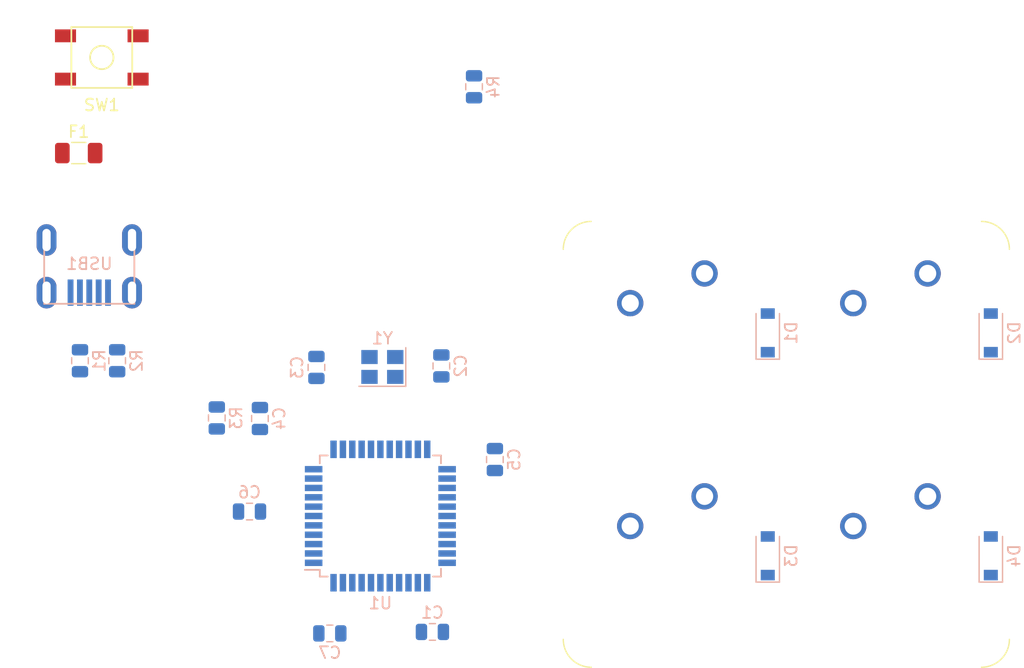
<source format=kicad_pcb>
(kicad_pcb (version 20171130) (host pcbnew "(5.1.4)-1")

  (general
    (thickness 1.6)
    (drawings 4)
    (tracks 0)
    (zones 0)
    (modules 24)
    (nets 49)
  )

  (page A4)
  (layers
    (0 F.Cu signal)
    (31 B.Cu signal)
    (32 B.Adhes user)
    (33 F.Adhes user)
    (34 B.Paste user)
    (35 F.Paste user)
    (36 B.SilkS user)
    (37 F.SilkS user)
    (38 B.Mask user)
    (39 F.Mask user)
    (40 Dwgs.User user)
    (41 Cmts.User user)
    (42 Eco1.User user)
    (43 Eco2.User user)
    (44 Edge.Cuts user)
    (45 Margin user)
    (46 B.CrtYd user)
    (47 F.CrtYd user)
    (48 B.Fab user)
    (49 F.Fab user)
  )

  (setup
    (last_trace_width 0.25)
    (trace_clearance 0.2)
    (zone_clearance 0.508)
    (zone_45_only no)
    (trace_min 0.2)
    (via_size 0.8)
    (via_drill 0.4)
    (via_min_size 0.4)
    (via_min_drill 0.3)
    (uvia_size 0.3)
    (uvia_drill 0.1)
    (uvias_allowed no)
    (uvia_min_size 0.2)
    (uvia_min_drill 0.1)
    (edge_width 0.05)
    (segment_width 0.2)
    (pcb_text_width 0.3)
    (pcb_text_size 1.5 1.5)
    (mod_edge_width 0.12)
    (mod_text_size 1 1)
    (mod_text_width 0.15)
    (pad_size 1.524 1.524)
    (pad_drill 0.762)
    (pad_to_mask_clearance 0.051)
    (solder_mask_min_width 0.25)
    (aux_axis_origin 0 0)
    (visible_elements FFFFFF7F)
    (pcbplotparams
      (layerselection 0x010fc_ffffffff)
      (usegerberextensions false)
      (usegerberattributes false)
      (usegerberadvancedattributes false)
      (creategerberjobfile false)
      (excludeedgelayer true)
      (linewidth 0.100000)
      (plotframeref false)
      (viasonmask false)
      (mode 1)
      (useauxorigin false)
      (hpglpennumber 1)
      (hpglpenspeed 20)
      (hpglpendiameter 15.000000)
      (psnegative false)
      (psa4output false)
      (plotreference true)
      (plotvalue true)
      (plotinvisibletext false)
      (padsonsilk false)
      (subtractmaskfromsilk false)
      (outputformat 1)
      (mirror false)
      (drillshape 1)
      (scaleselection 1)
      (outputdirectory ""))
  )

  (net 0 "")
  (net 1 GND)
  (net 2 +5V)
  (net 3 "Net-(C2-Pad1)")
  (net 4 "Net-(C3-Pad1)")
  (net 5 "Net-(C6-Pad1)")
  (net 6 "Net-(D1-Pad2)")
  (net 7 ROW0)
  (net 8 "Net-(D2-Pad2)")
  (net 9 ROW1)
  (net 10 "Net-(D3-Pad2)")
  (net 11 "Net-(D4-Pad2)")
  (net 12 VCC)
  (net 13 COL0)
  (net 14 COL1)
  (net 15 D-)
  (net 16 "Net-(R1-Pad1)")
  (net 17 D+)
  (net 18 "Net-(R2-Pad1)")
  (net 19 "Net-(R3-Pad2)")
  (net 20 "Net-(R4-Pad2)")
  (net 21 "Net-(U1-Pad42)")
  (net 22 "Net-(U1-Pad41)")
  (net 23 "Net-(U1-Pad40)")
  (net 24 "Net-(U1-Pad39)")
  (net 25 "Net-(U1-Pad38)")
  (net 26 "Net-(U1-Pad37)")
  (net 27 "Net-(U1-Pad36)")
  (net 28 "Net-(U1-Pad32)")
  (net 29 "Net-(U1-Pad31)")
  (net 30 "Net-(U1-Pad30)")
  (net 31 "Net-(U1-Pad29)")
  (net 32 "Net-(U1-Pad28)")
  (net 33 "Net-(U1-Pad27)")
  (net 34 "Net-(U1-Pad26)")
  (net 35 "Net-(U1-Pad25)")
  (net 36 "Net-(U1-Pad22)")
  (net 37 "Net-(U1-Pad21)")
  (net 38 "Net-(U1-Pad20)")
  (net 39 "Net-(U1-Pad19)")
  (net 40 "Net-(U1-Pad18)")
  (net 41 "Net-(U1-Pad12)")
  (net 42 "Net-(U1-Pad11)")
  (net 43 "Net-(U1-Pad10)")
  (net 44 "Net-(U1-Pad9)")
  (net 45 "Net-(U1-Pad8)")
  (net 46 "Net-(U1-Pad1)")
  (net 47 "Net-(USB1-Pad6)")
  (net 48 "Net-(USB1-Pad2)")

  (net_class Default "This is the default net class."
    (clearance 0.2)
    (trace_width 0.25)
    (via_dia 0.8)
    (via_drill 0.4)
    (uvia_dia 0.3)
    (uvia_drill 0.1)
    (add_net +5V)
    (add_net COL0)
    (add_net COL1)
    (add_net D+)
    (add_net D-)
    (add_net GND)
    (add_net "Net-(C2-Pad1)")
    (add_net "Net-(C3-Pad1)")
    (add_net "Net-(C6-Pad1)")
    (add_net "Net-(D1-Pad2)")
    (add_net "Net-(D2-Pad2)")
    (add_net "Net-(D3-Pad2)")
    (add_net "Net-(D4-Pad2)")
    (add_net "Net-(R1-Pad1)")
    (add_net "Net-(R2-Pad1)")
    (add_net "Net-(R3-Pad2)")
    (add_net "Net-(R4-Pad2)")
    (add_net "Net-(U1-Pad1)")
    (add_net "Net-(U1-Pad10)")
    (add_net "Net-(U1-Pad11)")
    (add_net "Net-(U1-Pad12)")
    (add_net "Net-(U1-Pad18)")
    (add_net "Net-(U1-Pad19)")
    (add_net "Net-(U1-Pad20)")
    (add_net "Net-(U1-Pad21)")
    (add_net "Net-(U1-Pad22)")
    (add_net "Net-(U1-Pad25)")
    (add_net "Net-(U1-Pad26)")
    (add_net "Net-(U1-Pad27)")
    (add_net "Net-(U1-Pad28)")
    (add_net "Net-(U1-Pad29)")
    (add_net "Net-(U1-Pad30)")
    (add_net "Net-(U1-Pad31)")
    (add_net "Net-(U1-Pad32)")
    (add_net "Net-(U1-Pad36)")
    (add_net "Net-(U1-Pad37)")
    (add_net "Net-(U1-Pad38)")
    (add_net "Net-(U1-Pad39)")
    (add_net "Net-(U1-Pad40)")
    (add_net "Net-(U1-Pad41)")
    (add_net "Net-(U1-Pad42)")
    (add_net "Net-(U1-Pad8)")
    (add_net "Net-(U1-Pad9)")
    (add_net "Net-(USB1-Pad2)")
    (add_net "Net-(USB1-Pad6)")
    (add_net ROW0)
    (add_net ROW1)
    (add_net VCC)
  )

  (module Crystal:Crystal_SMD_3225-4Pin_3.2x2.5mm (layer B.Cu) (tedit 5A0FD1B2) (tstamp 6129EB52)
    (at 86.149 66.41375 180)
    (descr "SMD Crystal SERIES SMD3225/4 http://www.txccrystal.com/images/pdf/7m-accuracy.pdf, 3.2x2.5mm^2 package")
    (tags "SMD SMT crystal")
    (path /612CA6C1)
    (attr smd)
    (fp_text reference Y1 (at 0 2.45) (layer B.SilkS)
      (effects (font (size 1 1) (thickness 0.15)) (justify mirror))
    )
    (fp_text value Crystal_GND24_Small (at 0 -2.45) (layer B.Fab)
      (effects (font (size 1 1) (thickness 0.15)) (justify mirror))
    )
    (fp_line (start 2.1 1.7) (end -2.1 1.7) (layer B.CrtYd) (width 0.05))
    (fp_line (start 2.1 -1.7) (end 2.1 1.7) (layer B.CrtYd) (width 0.05))
    (fp_line (start -2.1 -1.7) (end 2.1 -1.7) (layer B.CrtYd) (width 0.05))
    (fp_line (start -2.1 1.7) (end -2.1 -1.7) (layer B.CrtYd) (width 0.05))
    (fp_line (start -2 -1.65) (end 2 -1.65) (layer B.SilkS) (width 0.12))
    (fp_line (start -2 1.65) (end -2 -1.65) (layer B.SilkS) (width 0.12))
    (fp_line (start -1.6 -0.25) (end -0.6 -1.25) (layer B.Fab) (width 0.1))
    (fp_line (start 1.6 1.25) (end -1.6 1.25) (layer B.Fab) (width 0.1))
    (fp_line (start 1.6 -1.25) (end 1.6 1.25) (layer B.Fab) (width 0.1))
    (fp_line (start -1.6 -1.25) (end 1.6 -1.25) (layer B.Fab) (width 0.1))
    (fp_line (start -1.6 1.25) (end -1.6 -1.25) (layer B.Fab) (width 0.1))
    (fp_text user %R (at 0 0) (layer B.Fab)
      (effects (font (size 0.7 0.7) (thickness 0.105)) (justify mirror))
    )
    (pad 4 smd rect (at -1.1 0.85 180) (size 1.4 1.2) (layers B.Cu B.Paste B.Mask)
      (net 1 GND))
    (pad 3 smd rect (at 1.1 0.85 180) (size 1.4 1.2) (layers B.Cu B.Paste B.Mask)
      (net 4 "Net-(C3-Pad1)"))
    (pad 2 smd rect (at 1.1 -0.85 180) (size 1.4 1.2) (layers B.Cu B.Paste B.Mask)
      (net 1 GND))
    (pad 1 smd rect (at -1.1 -0.85 180) (size 1.4 1.2) (layers B.Cu B.Paste B.Mask)
      (net 3 "Net-(C2-Pad1)"))
    (model ${KISYS3DMOD}/Crystal.3dshapes/Crystal_SMD_3225-4Pin_3.2x2.5mm.wrl
      (at (xyz 0 0 0))
      (scale (xyz 1 1 1))
      (rotate (xyz 0 0 0))
    )
  )

  (module random-keyboard-parts:Molex-0548190589 (layer B.Cu) (tedit 5C494815) (tstamp 6129EB3E)
    (at 61.11875 55.5625 270)
    (path /612E6035)
    (attr smd)
    (fp_text reference USB1 (at 2.032 0) (layer B.SilkS)
      (effects (font (size 1 1) (thickness 0.15)) (justify mirror))
    )
    (fp_text value Molex-0548190589 (at -5.08 0) (layer Dwgs.User)
      (effects (font (size 1 1) (thickness 0.15)))
    )
    (fp_text user %R (at 2 0) (layer B.CrtYd)
      (effects (font (size 1 1) (thickness 0.15)) (justify mirror))
    )
    (fp_line (start 3.25 1.25) (end 5.5 1.25) (layer B.CrtYd) (width 0.15))
    (fp_line (start 5.5 0.5) (end 3.25 0.5) (layer B.CrtYd) (width 0.15))
    (fp_line (start 3.25 -0.5) (end 5.5 -0.5) (layer B.CrtYd) (width 0.15))
    (fp_line (start 5.5 -1.25) (end 3.25 -1.25) (layer B.CrtYd) (width 0.15))
    (fp_line (start 3.25 -2) (end 5.5 -2) (layer B.CrtYd) (width 0.15))
    (fp_line (start 3.25 2) (end 3.25 -2) (layer B.CrtYd) (width 0.15))
    (fp_line (start 5.5 2) (end 3.25 2) (layer B.CrtYd) (width 0.15))
    (fp_line (start -3.75 -3.75) (end -3.75 3.75) (layer B.CrtYd) (width 0.15))
    (fp_line (start 5.5 -3.75) (end -3.75 -3.75) (layer B.CrtYd) (width 0.15))
    (fp_line (start 5.5 3.75) (end 5.5 -3.75) (layer B.CrtYd) (width 0.15))
    (fp_line (start -3.75 3.75) (end 5.5 3.75) (layer B.CrtYd) (width 0.15))
    (fp_line (start 0 3.85) (end 5.45 3.85) (layer B.SilkS) (width 0.15))
    (fp_line (start 0 -3.85) (end 5.45 -3.85) (layer B.SilkS) (width 0.15))
    (fp_line (start 5.45 3.85) (end 5.45 -3.85) (layer B.SilkS) (width 0.15))
    (fp_line (start -3.75 3.85) (end 0 3.85) (layer Dwgs.User) (width 0.15))
    (fp_line (start -3.75 -3.85) (end 0 -3.85) (layer Dwgs.User) (width 0.15))
    (fp_line (start -1.75 4.572) (end -1.75 -4.572) (layer Dwgs.User) (width 0.15))
    (fp_line (start -3.75 3.85) (end -3.75 -3.85) (layer Dwgs.User) (width 0.15))
    (pad 6 thru_hole oval (at 0 3.65 270) (size 2.7 1.7) (drill oval 1.9 0.7) (layers *.Cu *.Mask)
      (net 47 "Net-(USB1-Pad6)"))
    (pad 6 thru_hole oval (at 0 -3.65 270) (size 2.7 1.7) (drill oval 1.9 0.7) (layers *.Cu *.Mask)
      (net 47 "Net-(USB1-Pad6)"))
    (pad 6 thru_hole oval (at 4.5 -3.65 270) (size 2.7 1.7) (drill oval 1.9 0.7) (layers *.Cu *.Mask)
      (net 47 "Net-(USB1-Pad6)"))
    (pad 6 thru_hole oval (at 4.5 3.65 270) (size 2.7 1.7) (drill oval 1.9 0.7) (layers *.Cu *.Mask)
      (net 47 "Net-(USB1-Pad6)"))
    (pad 5 smd rect (at 4.5 1.6 270) (size 2.25 0.5) (layers B.Cu B.Paste B.Mask)
      (net 12 VCC))
    (pad 4 smd rect (at 4.5 0.8 270) (size 2.25 0.5) (layers B.Cu B.Paste B.Mask)
      (net 15 D-))
    (pad 3 smd rect (at 4.5 0 270) (size 2.25 0.5) (layers B.Cu B.Paste B.Mask)
      (net 17 D+))
    (pad 2 smd rect (at 4.5 -0.8 270) (size 2.25 0.5) (layers B.Cu B.Paste B.Mask)
      (net 48 "Net-(USB1-Pad2)"))
    (pad 1 smd rect (at 4.5 -1.6 270) (size 2.25 0.5) (layers B.Cu B.Paste B.Mask)
      (net 1 GND))
  )

  (module Package_QFP:TQFP-44_10x10mm_P0.8mm (layer B.Cu) (tedit 5A02F146) (tstamp 6129EB1E)
    (at 85.979 79.15275)
    (descr "44-Lead Plastic Thin Quad Flatpack (PT) - 10x10x1.0 mm Body [TQFP] (see Microchip Packaging Specification 00000049BS.pdf)")
    (tags "QFP 0.8")
    (path /61297D9C)
    (attr smd)
    (fp_text reference U1 (at 0 7.45) (layer B.SilkS)
      (effects (font (size 1 1) (thickness 0.15)) (justify mirror))
    )
    (fp_text value ATmega32U4-AU (at 0 -7.45) (layer B.Fab)
      (effects (font (size 1 1) (thickness 0.15)) (justify mirror))
    )
    (fp_line (start -5.175 4.6) (end -6.45 4.6) (layer B.SilkS) (width 0.15))
    (fp_line (start 5.175 5.175) (end 4.5 5.175) (layer B.SilkS) (width 0.15))
    (fp_line (start 5.175 -5.175) (end 4.5 -5.175) (layer B.SilkS) (width 0.15))
    (fp_line (start -5.175 -5.175) (end -4.5 -5.175) (layer B.SilkS) (width 0.15))
    (fp_line (start -5.175 5.175) (end -4.5 5.175) (layer B.SilkS) (width 0.15))
    (fp_line (start -5.175 -5.175) (end -5.175 -4.5) (layer B.SilkS) (width 0.15))
    (fp_line (start 5.175 -5.175) (end 5.175 -4.5) (layer B.SilkS) (width 0.15))
    (fp_line (start 5.175 5.175) (end 5.175 4.5) (layer B.SilkS) (width 0.15))
    (fp_line (start -5.175 5.175) (end -5.175 4.6) (layer B.SilkS) (width 0.15))
    (fp_line (start -6.7 -6.7) (end 6.7 -6.7) (layer B.CrtYd) (width 0.05))
    (fp_line (start -6.7 6.7) (end 6.7 6.7) (layer B.CrtYd) (width 0.05))
    (fp_line (start 6.7 6.7) (end 6.7 -6.7) (layer B.CrtYd) (width 0.05))
    (fp_line (start -6.7 6.7) (end -6.7 -6.7) (layer B.CrtYd) (width 0.05))
    (fp_line (start -5 4) (end -4 5) (layer B.Fab) (width 0.15))
    (fp_line (start -5 -5) (end -5 4) (layer B.Fab) (width 0.15))
    (fp_line (start 5 -5) (end -5 -5) (layer B.Fab) (width 0.15))
    (fp_line (start 5 5) (end 5 -5) (layer B.Fab) (width 0.15))
    (fp_line (start -4 5) (end 5 5) (layer B.Fab) (width 0.15))
    (fp_text user %R (at 0 0) (layer B.Fab)
      (effects (font (size 1 1) (thickness 0.15)) (justify mirror))
    )
    (pad 44 smd rect (at -4 5.7 270) (size 1.5 0.55) (layers B.Cu B.Paste B.Mask)
      (net 2 +5V))
    (pad 43 smd rect (at -3.2 5.7 270) (size 1.5 0.55) (layers B.Cu B.Paste B.Mask)
      (net 1 GND))
    (pad 42 smd rect (at -2.4 5.7 270) (size 1.5 0.55) (layers B.Cu B.Paste B.Mask)
      (net 21 "Net-(U1-Pad42)"))
    (pad 41 smd rect (at -1.6 5.7 270) (size 1.5 0.55) (layers B.Cu B.Paste B.Mask)
      (net 22 "Net-(U1-Pad41)"))
    (pad 40 smd rect (at -0.8 5.7 270) (size 1.5 0.55) (layers B.Cu B.Paste B.Mask)
      (net 23 "Net-(U1-Pad40)"))
    (pad 39 smd rect (at 0 5.7 270) (size 1.5 0.55) (layers B.Cu B.Paste B.Mask)
      (net 24 "Net-(U1-Pad39)"))
    (pad 38 smd rect (at 0.8 5.7 270) (size 1.5 0.55) (layers B.Cu B.Paste B.Mask)
      (net 25 "Net-(U1-Pad38)"))
    (pad 37 smd rect (at 1.6 5.7 270) (size 1.5 0.55) (layers B.Cu B.Paste B.Mask)
      (net 26 "Net-(U1-Pad37)"))
    (pad 36 smd rect (at 2.4 5.7 270) (size 1.5 0.55) (layers B.Cu B.Paste B.Mask)
      (net 27 "Net-(U1-Pad36)"))
    (pad 35 smd rect (at 3.2 5.7 270) (size 1.5 0.55) (layers B.Cu B.Paste B.Mask)
      (net 1 GND))
    (pad 34 smd rect (at 4 5.7 270) (size 1.5 0.55) (layers B.Cu B.Paste B.Mask)
      (net 2 +5V))
    (pad 33 smd rect (at 5.7 4) (size 1.5 0.55) (layers B.Cu B.Paste B.Mask)
      (net 20 "Net-(R4-Pad2)"))
    (pad 32 smd rect (at 5.7 3.2) (size 1.5 0.55) (layers B.Cu B.Paste B.Mask)
      (net 28 "Net-(U1-Pad32)"))
    (pad 31 smd rect (at 5.7 2.4) (size 1.5 0.55) (layers B.Cu B.Paste B.Mask)
      (net 29 "Net-(U1-Pad31)"))
    (pad 30 smd rect (at 5.7 1.6) (size 1.5 0.55) (layers B.Cu B.Paste B.Mask)
      (net 30 "Net-(U1-Pad30)"))
    (pad 29 smd rect (at 5.7 0.8) (size 1.5 0.55) (layers B.Cu B.Paste B.Mask)
      (net 31 "Net-(U1-Pad29)"))
    (pad 28 smd rect (at 5.7 0) (size 1.5 0.55) (layers B.Cu B.Paste B.Mask)
      (net 32 "Net-(U1-Pad28)"))
    (pad 27 smd rect (at 5.7 -0.8) (size 1.5 0.55) (layers B.Cu B.Paste B.Mask)
      (net 33 "Net-(U1-Pad27)"))
    (pad 26 smd rect (at 5.7 -1.6) (size 1.5 0.55) (layers B.Cu B.Paste B.Mask)
      (net 34 "Net-(U1-Pad26)"))
    (pad 25 smd rect (at 5.7 -2.4) (size 1.5 0.55) (layers B.Cu B.Paste B.Mask)
      (net 35 "Net-(U1-Pad25)"))
    (pad 24 smd rect (at 5.7 -3.2) (size 1.5 0.55) (layers B.Cu B.Paste B.Mask)
      (net 2 +5V))
    (pad 23 smd rect (at 5.7 -4) (size 1.5 0.55) (layers B.Cu B.Paste B.Mask)
      (net 1 GND))
    (pad 22 smd rect (at 4 -5.7 270) (size 1.5 0.55) (layers B.Cu B.Paste B.Mask)
      (net 36 "Net-(U1-Pad22)"))
    (pad 21 smd rect (at 3.2 -5.7 270) (size 1.5 0.55) (layers B.Cu B.Paste B.Mask)
      (net 37 "Net-(U1-Pad21)"))
    (pad 20 smd rect (at 2.4 -5.7 270) (size 1.5 0.55) (layers B.Cu B.Paste B.Mask)
      (net 38 "Net-(U1-Pad20)"))
    (pad 19 smd rect (at 1.6 -5.7 270) (size 1.5 0.55) (layers B.Cu B.Paste B.Mask)
      (net 39 "Net-(U1-Pad19)"))
    (pad 18 smd rect (at 0.8 -5.7 270) (size 1.5 0.55) (layers B.Cu B.Paste B.Mask)
      (net 40 "Net-(U1-Pad18)"))
    (pad 17 smd rect (at 0 -5.7 270) (size 1.5 0.55) (layers B.Cu B.Paste B.Mask)
      (net 3 "Net-(C2-Pad1)"))
    (pad 16 smd rect (at -0.8 -5.7 270) (size 1.5 0.55) (layers B.Cu B.Paste B.Mask)
      (net 4 "Net-(C3-Pad1)"))
    (pad 15 smd rect (at -1.6 -5.7 270) (size 1.5 0.55) (layers B.Cu B.Paste B.Mask)
      (net 1 GND))
    (pad 14 smd rect (at -2.4 -5.7 270) (size 1.5 0.55) (layers B.Cu B.Paste B.Mask)
      (net 2 +5V))
    (pad 13 smd rect (at -3.2 -5.7 270) (size 1.5 0.55) (layers B.Cu B.Paste B.Mask)
      (net 19 "Net-(R3-Pad2)"))
    (pad 12 smd rect (at -4 -5.7 270) (size 1.5 0.55) (layers B.Cu B.Paste B.Mask)
      (net 41 "Net-(U1-Pad12)"))
    (pad 11 smd rect (at -5.7 -4) (size 1.5 0.55) (layers B.Cu B.Paste B.Mask)
      (net 42 "Net-(U1-Pad11)"))
    (pad 10 smd rect (at -5.7 -3.2) (size 1.5 0.55) (layers B.Cu B.Paste B.Mask)
      (net 43 "Net-(U1-Pad10)"))
    (pad 9 smd rect (at -5.7 -2.4) (size 1.5 0.55) (layers B.Cu B.Paste B.Mask)
      (net 44 "Net-(U1-Pad9)"))
    (pad 8 smd rect (at -5.7 -1.6) (size 1.5 0.55) (layers B.Cu B.Paste B.Mask)
      (net 45 "Net-(U1-Pad8)"))
    (pad 7 smd rect (at -5.7 -0.8) (size 1.5 0.55) (layers B.Cu B.Paste B.Mask)
      (net 2 +5V))
    (pad 6 smd rect (at -5.7 0) (size 1.5 0.55) (layers B.Cu B.Paste B.Mask)
      (net 5 "Net-(C6-Pad1)"))
    (pad 5 smd rect (at -5.7 0.8) (size 1.5 0.55) (layers B.Cu B.Paste B.Mask)
      (net 1 GND))
    (pad 4 smd rect (at -5.7 1.6) (size 1.5 0.55) (layers B.Cu B.Paste B.Mask)
      (net 18 "Net-(R2-Pad1)"))
    (pad 3 smd rect (at -5.7 2.4) (size 1.5 0.55) (layers B.Cu B.Paste B.Mask)
      (net 16 "Net-(R1-Pad1)"))
    (pad 2 smd rect (at -5.7 3.2) (size 1.5 0.55) (layers B.Cu B.Paste B.Mask)
      (net 2 +5V))
    (pad 1 smd rect (at -5.7 4) (size 1.5 0.55) (layers B.Cu B.Paste B.Mask)
      (net 46 "Net-(U1-Pad1)"))
    (model ${KISYS3DMOD}/Package_QFP.3dshapes/TQFP-44_10x10mm_P0.8mm.wrl
      (at (xyz 0 0 0))
      (scale (xyz 1 1 1))
      (rotate (xyz 0 0 0))
    )
  )

  (module random-keyboard-parts:SKQG-1155865 (layer F.Cu) (tedit 5E62B398) (tstamp 6129EADB)
    (at 62.1875 39.9625)
    (path /612DC987)
    (attr smd)
    (fp_text reference SW1 (at 0 4.064) (layer F.SilkS)
      (effects (font (size 1 1) (thickness 0.15)))
    )
    (fp_text value SW_Push (at 0 -4.064) (layer F.Fab)
      (effects (font (size 1 1) (thickness 0.15)))
    )
    (fp_line (start -2.6 -2.6) (end 2.6 -2.6) (layer F.SilkS) (width 0.15))
    (fp_line (start 2.6 -2.6) (end 2.6 2.6) (layer F.SilkS) (width 0.15))
    (fp_line (start 2.6 2.6) (end -2.6 2.6) (layer F.SilkS) (width 0.15))
    (fp_line (start -2.6 2.6) (end -2.6 -2.6) (layer F.SilkS) (width 0.15))
    (fp_circle (center 0 0) (end 1 0) (layer F.SilkS) (width 0.15))
    (fp_line (start -4.2 -2.6) (end 4.2 -2.6) (layer F.Fab) (width 0.15))
    (fp_line (start 4.2 -2.6) (end 4.2 -1.2) (layer F.Fab) (width 0.15))
    (fp_line (start 4.2 -1.1) (end 2.6 -1.1) (layer F.Fab) (width 0.15))
    (fp_line (start 2.6 -1.1) (end 2.6 1.1) (layer F.Fab) (width 0.15))
    (fp_line (start 2.6 1.1) (end 4.2 1.1) (layer F.Fab) (width 0.15))
    (fp_line (start 4.2 1.1) (end 4.2 2.6) (layer F.Fab) (width 0.15))
    (fp_line (start 4.2 2.6) (end -4.2 2.6) (layer F.Fab) (width 0.15))
    (fp_line (start -4.2 2.6) (end -4.2 1.1) (layer F.Fab) (width 0.15))
    (fp_line (start -4.2 1.1) (end -2.6 1.1) (layer F.Fab) (width 0.15))
    (fp_line (start -2.6 1.1) (end -2.6 -1.1) (layer F.Fab) (width 0.15))
    (fp_line (start -2.6 -1.1) (end -4.2 -1.1) (layer F.Fab) (width 0.15))
    (fp_line (start -4.2 -1.1) (end -4.2 -2.6) (layer F.Fab) (width 0.15))
    (fp_circle (center 0 0) (end 1 0) (layer F.Fab) (width 0.15))
    (fp_line (start -2.6 -1.1) (end -1.1 -2.6) (layer F.Fab) (width 0.15))
    (fp_line (start 2.6 -1.1) (end 1.1 -2.6) (layer F.Fab) (width 0.15))
    (fp_line (start 2.6 1.1) (end 1.1 2.6) (layer F.Fab) (width 0.15))
    (fp_line (start -2.6 1.1) (end -1.1 2.6) (layer F.Fab) (width 0.15))
    (pad 4 smd rect (at -3.1 1.85) (size 1.8 1.1) (layers F.Cu F.Paste F.Mask))
    (pad 3 smd rect (at 3.1 -1.85) (size 1.8 1.1) (layers F.Cu F.Paste F.Mask))
    (pad 2 smd rect (at -3.1 -1.85) (size 1.8 1.1) (layers F.Cu F.Paste F.Mask)
      (net 19 "Net-(R3-Pad2)"))
    (pad 1 smd rect (at 3.1 1.85) (size 1.8 1.1) (layers F.Cu F.Paste F.Mask)
      (net 1 GND))
    (model ${KISYS3DMOD}/Button_Switch_SMD.3dshapes/SW_SPST_TL3342.step
      (at (xyz 0 0 0))
      (scale (xyz 1 1 1))
      (rotate (xyz 0 0 0))
    )
  )

  (module Resistor_SMD:R_0805_2012Metric (layer B.Cu) (tedit 5B36C52B) (tstamp 6129EABD)
    (at 93.98 42.4665 90)
    (descr "Resistor SMD 0805 (2012 Metric), square (rectangular) end terminal, IPC_7351 nominal, (Body size source: https://docs.google.com/spreadsheets/d/1BsfQQcO9C6DZCsRaXUlFlo91Tg2WpOkGARC1WS5S8t0/edit?usp=sharing), generated with kicad-footprint-generator")
    (tags resistor)
    (path /612A30FF)
    (attr smd)
    (fp_text reference R4 (at 0 1.65 270) (layer B.SilkS)
      (effects (font (size 1 1) (thickness 0.15)) (justify mirror))
    )
    (fp_text value 10k (at 0 -1.65 270) (layer B.Fab)
      (effects (font (size 1 1) (thickness 0.15)) (justify mirror))
    )
    (fp_text user %R (at 0 0 270) (layer B.Fab)
      (effects (font (size 0.5 0.5) (thickness 0.08)) (justify mirror))
    )
    (fp_line (start 1.68 -0.95) (end -1.68 -0.95) (layer B.CrtYd) (width 0.05))
    (fp_line (start 1.68 0.95) (end 1.68 -0.95) (layer B.CrtYd) (width 0.05))
    (fp_line (start -1.68 0.95) (end 1.68 0.95) (layer B.CrtYd) (width 0.05))
    (fp_line (start -1.68 -0.95) (end -1.68 0.95) (layer B.CrtYd) (width 0.05))
    (fp_line (start -0.258578 -0.71) (end 0.258578 -0.71) (layer B.SilkS) (width 0.12))
    (fp_line (start -0.258578 0.71) (end 0.258578 0.71) (layer B.SilkS) (width 0.12))
    (fp_line (start 1 -0.6) (end -1 -0.6) (layer B.Fab) (width 0.1))
    (fp_line (start 1 0.6) (end 1 -0.6) (layer B.Fab) (width 0.1))
    (fp_line (start -1 0.6) (end 1 0.6) (layer B.Fab) (width 0.1))
    (fp_line (start -1 -0.6) (end -1 0.6) (layer B.Fab) (width 0.1))
    (pad 2 smd roundrect (at 0.9375 0 90) (size 0.975 1.4) (layers B.Cu B.Paste B.Mask) (roundrect_rratio 0.25)
      (net 20 "Net-(R4-Pad2)"))
    (pad 1 smd roundrect (at -0.9375 0 90) (size 0.975 1.4) (layers B.Cu B.Paste B.Mask) (roundrect_rratio 0.25)
      (net 1 GND))
    (model ${KISYS3DMOD}/Resistor_SMD.3dshapes/R_0805_2012Metric.wrl
      (at (xyz 0 0 0))
      (scale (xyz 1 1 1))
      (rotate (xyz 0 0 0))
    )
  )

  (module Resistor_SMD:R_0805_2012Metric (layer B.Cu) (tedit 5B36C52B) (tstamp 6129EAAC)
    (at 72.009 70.77075 90)
    (descr "Resistor SMD 0805 (2012 Metric), square (rectangular) end terminal, IPC_7351 nominal, (Body size source: https://docs.google.com/spreadsheets/d/1BsfQQcO9C6DZCsRaXUlFlo91Tg2WpOkGARC1WS5S8t0/edit?usp=sharing), generated with kicad-footprint-generator")
    (tags resistor)
    (path /612E03E0)
    (attr smd)
    (fp_text reference R3 (at 0 1.65 -90) (layer B.SilkS)
      (effects (font (size 1 1) (thickness 0.15)) (justify mirror))
    )
    (fp_text value 10k (at 0 -1.65 -90) (layer B.Fab)
      (effects (font (size 1 1) (thickness 0.15)) (justify mirror))
    )
    (fp_text user %R (at 0 0 -90) (layer B.Fab)
      (effects (font (size 0.5 0.5) (thickness 0.08)) (justify mirror))
    )
    (fp_line (start 1.68 -0.95) (end -1.68 -0.95) (layer B.CrtYd) (width 0.05))
    (fp_line (start 1.68 0.95) (end 1.68 -0.95) (layer B.CrtYd) (width 0.05))
    (fp_line (start -1.68 0.95) (end 1.68 0.95) (layer B.CrtYd) (width 0.05))
    (fp_line (start -1.68 -0.95) (end -1.68 0.95) (layer B.CrtYd) (width 0.05))
    (fp_line (start -0.258578 -0.71) (end 0.258578 -0.71) (layer B.SilkS) (width 0.12))
    (fp_line (start -0.258578 0.71) (end 0.258578 0.71) (layer B.SilkS) (width 0.12))
    (fp_line (start 1 -0.6) (end -1 -0.6) (layer B.Fab) (width 0.1))
    (fp_line (start 1 0.6) (end 1 -0.6) (layer B.Fab) (width 0.1))
    (fp_line (start -1 0.6) (end 1 0.6) (layer B.Fab) (width 0.1))
    (fp_line (start -1 -0.6) (end -1 0.6) (layer B.Fab) (width 0.1))
    (pad 2 smd roundrect (at 0.9375 0 90) (size 0.975 1.4) (layers B.Cu B.Paste B.Mask) (roundrect_rratio 0.25)
      (net 19 "Net-(R3-Pad2)"))
    (pad 1 smd roundrect (at -0.9375 0 90) (size 0.975 1.4) (layers B.Cu B.Paste B.Mask) (roundrect_rratio 0.25)
      (net 2 +5V))
    (model ${KISYS3DMOD}/Resistor_SMD.3dshapes/R_0805_2012Metric.wrl
      (at (xyz 0 0 0))
      (scale (xyz 1 1 1))
      (rotate (xyz 0 0 0))
    )
  )

  (module Resistor_SMD:R_0805_2012Metric (layer B.Cu) (tedit 5B36C52B) (tstamp 6129EA9B)
    (at 63.5 65.88125 90)
    (descr "Resistor SMD 0805 (2012 Metric), square (rectangular) end terminal, IPC_7351 nominal, (Body size source: https://docs.google.com/spreadsheets/d/1BsfQQcO9C6DZCsRaXUlFlo91Tg2WpOkGARC1WS5S8t0/edit?usp=sharing), generated with kicad-footprint-generator")
    (tags resistor)
    (path /612B332A)
    (attr smd)
    (fp_text reference R2 (at 0 1.65 270) (layer B.SilkS)
      (effects (font (size 1 1) (thickness 0.15)) (justify mirror))
    )
    (fp_text value 22 (at 0 -1.65 270) (layer B.Fab)
      (effects (font (size 1 1) (thickness 0.15)) (justify mirror))
    )
    (fp_text user %R (at 0 0 270) (layer B.Fab)
      (effects (font (size 0.5 0.5) (thickness 0.08)) (justify mirror))
    )
    (fp_line (start 1.68 -0.95) (end -1.68 -0.95) (layer B.CrtYd) (width 0.05))
    (fp_line (start 1.68 0.95) (end 1.68 -0.95) (layer B.CrtYd) (width 0.05))
    (fp_line (start -1.68 0.95) (end 1.68 0.95) (layer B.CrtYd) (width 0.05))
    (fp_line (start -1.68 -0.95) (end -1.68 0.95) (layer B.CrtYd) (width 0.05))
    (fp_line (start -0.258578 -0.71) (end 0.258578 -0.71) (layer B.SilkS) (width 0.12))
    (fp_line (start -0.258578 0.71) (end 0.258578 0.71) (layer B.SilkS) (width 0.12))
    (fp_line (start 1 -0.6) (end -1 -0.6) (layer B.Fab) (width 0.1))
    (fp_line (start 1 0.6) (end 1 -0.6) (layer B.Fab) (width 0.1))
    (fp_line (start -1 0.6) (end 1 0.6) (layer B.Fab) (width 0.1))
    (fp_line (start -1 -0.6) (end -1 0.6) (layer B.Fab) (width 0.1))
    (pad 2 smd roundrect (at 0.9375 0 90) (size 0.975 1.4) (layers B.Cu B.Paste B.Mask) (roundrect_rratio 0.25)
      (net 17 D+))
    (pad 1 smd roundrect (at -0.9375 0 90) (size 0.975 1.4) (layers B.Cu B.Paste B.Mask) (roundrect_rratio 0.25)
      (net 18 "Net-(R2-Pad1)"))
    (model ${KISYS3DMOD}/Resistor_SMD.3dshapes/R_0805_2012Metric.wrl
      (at (xyz 0 0 0))
      (scale (xyz 1 1 1))
      (rotate (xyz 0 0 0))
    )
  )

  (module Resistor_SMD:R_0805_2012Metric (layer B.Cu) (tedit 5B36C52B) (tstamp 6129EA8A)
    (at 60.325 65.88125 90)
    (descr "Resistor SMD 0805 (2012 Metric), square (rectangular) end terminal, IPC_7351 nominal, (Body size source: https://docs.google.com/spreadsheets/d/1BsfQQcO9C6DZCsRaXUlFlo91Tg2WpOkGARC1WS5S8t0/edit?usp=sharing), generated with kicad-footprint-generator")
    (tags resistor)
    (path /612B4852)
    (attr smd)
    (fp_text reference R1 (at 0 1.65 270) (layer B.SilkS)
      (effects (font (size 1 1) (thickness 0.15)) (justify mirror))
    )
    (fp_text value 22 (at 0 -1.65 270) (layer B.Fab)
      (effects (font (size 1 1) (thickness 0.15)) (justify mirror))
    )
    (fp_text user %R (at 0 0 270) (layer B.Fab)
      (effects (font (size 0.5 0.5) (thickness 0.08)) (justify mirror))
    )
    (fp_line (start 1.68 -0.95) (end -1.68 -0.95) (layer B.CrtYd) (width 0.05))
    (fp_line (start 1.68 0.95) (end 1.68 -0.95) (layer B.CrtYd) (width 0.05))
    (fp_line (start -1.68 0.95) (end 1.68 0.95) (layer B.CrtYd) (width 0.05))
    (fp_line (start -1.68 -0.95) (end -1.68 0.95) (layer B.CrtYd) (width 0.05))
    (fp_line (start -0.258578 -0.71) (end 0.258578 -0.71) (layer B.SilkS) (width 0.12))
    (fp_line (start -0.258578 0.71) (end 0.258578 0.71) (layer B.SilkS) (width 0.12))
    (fp_line (start 1 -0.6) (end -1 -0.6) (layer B.Fab) (width 0.1))
    (fp_line (start 1 0.6) (end 1 -0.6) (layer B.Fab) (width 0.1))
    (fp_line (start -1 0.6) (end 1 0.6) (layer B.Fab) (width 0.1))
    (fp_line (start -1 -0.6) (end -1 0.6) (layer B.Fab) (width 0.1))
    (pad 2 smd roundrect (at 0.9375 0 90) (size 0.975 1.4) (layers B.Cu B.Paste B.Mask) (roundrect_rratio 0.25)
      (net 15 D-))
    (pad 1 smd roundrect (at -0.9375 0 90) (size 0.975 1.4) (layers B.Cu B.Paste B.Mask) (roundrect_rratio 0.25)
      (net 16 "Net-(R1-Pad1)"))
    (model ${KISYS3DMOD}/Resistor_SMD.3dshapes/R_0805_2012Metric.wrl
      (at (xyz 0 0 0))
      (scale (xyz 1 1 1))
      (rotate (xyz 0 0 0))
    )
  )

  (module MX_Only:MXOnly-1U-NoLED (layer F.Cu) (tedit 5BD3C6C7) (tstamp 6129EDBA)
    (at 130.175 82.55)
    (path /61302D49)
    (fp_text reference MX4 (at 0 3.175) (layer Dwgs.User)
      (effects (font (size 1 1) (thickness 0.15)))
    )
    (fp_text value MX-NoLED (at 0 -7.9375) (layer Dwgs.User)
      (effects (font (size 1 1) (thickness 0.15)))
    )
    (fp_line (start 5 -7) (end 7 -7) (layer Dwgs.User) (width 0.15))
    (fp_line (start 7 -7) (end 7 -5) (layer Dwgs.User) (width 0.15))
    (fp_line (start 5 7) (end 7 7) (layer Dwgs.User) (width 0.15))
    (fp_line (start 7 7) (end 7 5) (layer Dwgs.User) (width 0.15))
    (fp_line (start -7 5) (end -7 7) (layer Dwgs.User) (width 0.15))
    (fp_line (start -7 7) (end -5 7) (layer Dwgs.User) (width 0.15))
    (fp_line (start -5 -7) (end -7 -7) (layer Dwgs.User) (width 0.15))
    (fp_line (start -7 -7) (end -7 -5) (layer Dwgs.User) (width 0.15))
    (fp_line (start -9.525 -9.525) (end 9.525 -9.525) (layer Dwgs.User) (width 0.15))
    (fp_line (start 9.525 -9.525) (end 9.525 9.525) (layer Dwgs.User) (width 0.15))
    (fp_line (start 9.525 9.525) (end -9.525 9.525) (layer Dwgs.User) (width 0.15))
    (fp_line (start -9.525 9.525) (end -9.525 -9.525) (layer Dwgs.User) (width 0.15))
    (pad 2 thru_hole circle (at 2.54 -5.08) (size 2.25 2.25) (drill 1.47) (layers *.Cu B.Mask)
      (net 11 "Net-(D4-Pad2)"))
    (pad "" np_thru_hole circle (at 0 0) (size 3.9878 3.9878) (drill 3.9878) (layers *.Cu *.Mask))
    (pad 1 thru_hole circle (at -3.81 -2.54) (size 2.25 2.25) (drill 1.47) (layers *.Cu B.Mask)
      (net 14 COL1))
    (pad "" np_thru_hole circle (at -5.08 0 48.0996) (size 1.75 1.75) (drill 1.75) (layers *.Cu *.Mask))
    (pad "" np_thru_hole circle (at 5.08 0 48.0996) (size 1.75 1.75) (drill 1.75) (layers *.Cu *.Mask))
  )

  (module MX_Only:MXOnly-1U-NoLED (layer F.Cu) (tedit 5BD3C6C7) (tstamp 6129EA64)
    (at 111.125 82.55)
    (path /61301BAA)
    (fp_text reference MX3 (at 0 3.175) (layer Dwgs.User)
      (effects (font (size 1 1) (thickness 0.15)))
    )
    (fp_text value MX-NoLED (at 0 -7.9375) (layer Dwgs.User)
      (effects (font (size 1 1) (thickness 0.15)))
    )
    (fp_line (start 5 -7) (end 7 -7) (layer Dwgs.User) (width 0.15))
    (fp_line (start 7 -7) (end 7 -5) (layer Dwgs.User) (width 0.15))
    (fp_line (start 5 7) (end 7 7) (layer Dwgs.User) (width 0.15))
    (fp_line (start 7 7) (end 7 5) (layer Dwgs.User) (width 0.15))
    (fp_line (start -7 5) (end -7 7) (layer Dwgs.User) (width 0.15))
    (fp_line (start -7 7) (end -5 7) (layer Dwgs.User) (width 0.15))
    (fp_line (start -5 -7) (end -7 -7) (layer Dwgs.User) (width 0.15))
    (fp_line (start -7 -7) (end -7 -5) (layer Dwgs.User) (width 0.15))
    (fp_line (start -9.525 -9.525) (end 9.525 -9.525) (layer Dwgs.User) (width 0.15))
    (fp_line (start 9.525 -9.525) (end 9.525 9.525) (layer Dwgs.User) (width 0.15))
    (fp_line (start 9.525 9.525) (end -9.525 9.525) (layer Dwgs.User) (width 0.15))
    (fp_line (start -9.525 9.525) (end -9.525 -9.525) (layer Dwgs.User) (width 0.15))
    (pad 2 thru_hole circle (at 2.54 -5.08) (size 2.25 2.25) (drill 1.47) (layers *.Cu B.Mask)
      (net 10 "Net-(D3-Pad2)"))
    (pad "" np_thru_hole circle (at 0 0) (size 3.9878 3.9878) (drill 3.9878) (layers *.Cu *.Mask))
    (pad 1 thru_hole circle (at -3.81 -2.54) (size 2.25 2.25) (drill 1.47) (layers *.Cu B.Mask)
      (net 14 COL1))
    (pad "" np_thru_hole circle (at -5.08 0 48.0996) (size 1.75 1.75) (drill 1.75) (layers *.Cu *.Mask))
    (pad "" np_thru_hole circle (at 5.08 0 48.0996) (size 1.75 1.75) (drill 1.75) (layers *.Cu *.Mask))
  )

  (module MX_Only:MXOnly-1U-NoLED (layer F.Cu) (tedit 5BD3C6C7) (tstamp 6129EA4F)
    (at 130.175 63.5)
    (path /613038E9)
    (fp_text reference MX2 (at 0 3.175) (layer Dwgs.User)
      (effects (font (size 1 1) (thickness 0.15)))
    )
    (fp_text value MX-NoLED (at 0 -7.9375) (layer Dwgs.User)
      (effects (font (size 1 1) (thickness 0.15)))
    )
    (fp_line (start 5 -7) (end 7 -7) (layer Dwgs.User) (width 0.15))
    (fp_line (start 7 -7) (end 7 -5) (layer Dwgs.User) (width 0.15))
    (fp_line (start 5 7) (end 7 7) (layer Dwgs.User) (width 0.15))
    (fp_line (start 7 7) (end 7 5) (layer Dwgs.User) (width 0.15))
    (fp_line (start -7 5) (end -7 7) (layer Dwgs.User) (width 0.15))
    (fp_line (start -7 7) (end -5 7) (layer Dwgs.User) (width 0.15))
    (fp_line (start -5 -7) (end -7 -7) (layer Dwgs.User) (width 0.15))
    (fp_line (start -7 -7) (end -7 -5) (layer Dwgs.User) (width 0.15))
    (fp_line (start -9.525 -9.525) (end 9.525 -9.525) (layer Dwgs.User) (width 0.15))
    (fp_line (start 9.525 -9.525) (end 9.525 9.525) (layer Dwgs.User) (width 0.15))
    (fp_line (start 9.525 9.525) (end -9.525 9.525) (layer Dwgs.User) (width 0.15))
    (fp_line (start -9.525 9.525) (end -9.525 -9.525) (layer Dwgs.User) (width 0.15))
    (pad 2 thru_hole circle (at 2.54 -5.08) (size 2.25 2.25) (drill 1.47) (layers *.Cu B.Mask)
      (net 8 "Net-(D2-Pad2)"))
    (pad "" np_thru_hole circle (at 0 0) (size 3.9878 3.9878) (drill 3.9878) (layers *.Cu *.Mask))
    (pad 1 thru_hole circle (at -3.81 -2.54) (size 2.25 2.25) (drill 1.47) (layers *.Cu B.Mask)
      (net 13 COL0))
    (pad "" np_thru_hole circle (at -5.08 0 48.0996) (size 1.75 1.75) (drill 1.75) (layers *.Cu *.Mask))
    (pad "" np_thru_hole circle (at 5.08 0 48.0996) (size 1.75 1.75) (drill 1.75) (layers *.Cu *.Mask))
  )

  (module MX_Only:MXOnly-1U-NoLED (layer F.Cu) (tedit 5BD3C6C7) (tstamp 6129EA3A)
    (at 111.125 63.5)
    (path /612F6E49)
    (fp_text reference MX1 (at 0 3.175) (layer Dwgs.User)
      (effects (font (size 1 1) (thickness 0.15)))
    )
    (fp_text value MX-NoLED (at 0 -7.9375) (layer Dwgs.User)
      (effects (font (size 1 1) (thickness 0.15)))
    )
    (fp_line (start 5 -7) (end 7 -7) (layer Dwgs.User) (width 0.15))
    (fp_line (start 7 -7) (end 7 -5) (layer Dwgs.User) (width 0.15))
    (fp_line (start 5 7) (end 7 7) (layer Dwgs.User) (width 0.15))
    (fp_line (start 7 7) (end 7 5) (layer Dwgs.User) (width 0.15))
    (fp_line (start -7 5) (end -7 7) (layer Dwgs.User) (width 0.15))
    (fp_line (start -7 7) (end -5 7) (layer Dwgs.User) (width 0.15))
    (fp_line (start -5 -7) (end -7 -7) (layer Dwgs.User) (width 0.15))
    (fp_line (start -7 -7) (end -7 -5) (layer Dwgs.User) (width 0.15))
    (fp_line (start -9.525 -9.525) (end 9.525 -9.525) (layer Dwgs.User) (width 0.15))
    (fp_line (start 9.525 -9.525) (end 9.525 9.525) (layer Dwgs.User) (width 0.15))
    (fp_line (start 9.525 9.525) (end -9.525 9.525) (layer Dwgs.User) (width 0.15))
    (fp_line (start -9.525 9.525) (end -9.525 -9.525) (layer Dwgs.User) (width 0.15))
    (pad 2 thru_hole circle (at 2.54 -5.08) (size 2.25 2.25) (drill 1.47) (layers *.Cu B.Mask)
      (net 6 "Net-(D1-Pad2)"))
    (pad "" np_thru_hole circle (at 0 0) (size 3.9878 3.9878) (drill 3.9878) (layers *.Cu *.Mask))
    (pad 1 thru_hole circle (at -3.81 -2.54) (size 2.25 2.25) (drill 1.47) (layers *.Cu B.Mask)
      (net 13 COL0))
    (pad "" np_thru_hole circle (at -5.08 0 48.0996) (size 1.75 1.75) (drill 1.75) (layers *.Cu *.Mask))
    (pad "" np_thru_hole circle (at 5.08 0 48.0996) (size 1.75 1.75) (drill 1.75) (layers *.Cu *.Mask))
  )

  (module Fuse:Fuse_1206_3216Metric (layer F.Cu) (tedit 5B301BBE) (tstamp 6129EA25)
    (at 60.2175 48.1325)
    (descr "Fuse SMD 1206 (3216 Metric), square (rectangular) end terminal, IPC_7351 nominal, (Body size source: http://www.tortai-tech.com/upload/download/2011102023233369053.pdf), generated with kicad-footprint-generator")
    (tags resistor)
    (path /612EADAE)
    (attr smd)
    (fp_text reference F1 (at 0 -1.82) (layer F.SilkS)
      (effects (font (size 1 1) (thickness 0.15)))
    )
    (fp_text value 500mA (at 0 1.82) (layer F.Fab)
      (effects (font (size 1 1) (thickness 0.15)))
    )
    (fp_text user %R (at 0 0) (layer F.Fab)
      (effects (font (size 0.8 0.8) (thickness 0.12)))
    )
    (fp_line (start 2.28 1.12) (end -2.28 1.12) (layer F.CrtYd) (width 0.05))
    (fp_line (start 2.28 -1.12) (end 2.28 1.12) (layer F.CrtYd) (width 0.05))
    (fp_line (start -2.28 -1.12) (end 2.28 -1.12) (layer F.CrtYd) (width 0.05))
    (fp_line (start -2.28 1.12) (end -2.28 -1.12) (layer F.CrtYd) (width 0.05))
    (fp_line (start -0.602064 0.91) (end 0.602064 0.91) (layer F.SilkS) (width 0.12))
    (fp_line (start -0.602064 -0.91) (end 0.602064 -0.91) (layer F.SilkS) (width 0.12))
    (fp_line (start 1.6 0.8) (end -1.6 0.8) (layer F.Fab) (width 0.1))
    (fp_line (start 1.6 -0.8) (end 1.6 0.8) (layer F.Fab) (width 0.1))
    (fp_line (start -1.6 -0.8) (end 1.6 -0.8) (layer F.Fab) (width 0.1))
    (fp_line (start -1.6 0.8) (end -1.6 -0.8) (layer F.Fab) (width 0.1))
    (pad 2 smd roundrect (at 1.4 0) (size 1.25 1.75) (layers F.Cu F.Paste F.Mask) (roundrect_rratio 0.2)
      (net 12 VCC))
    (pad 1 smd roundrect (at -1.4 0) (size 1.25 1.75) (layers F.Cu F.Paste F.Mask) (roundrect_rratio 0.2)
      (net 2 +5V))
    (model ${KISYS3DMOD}/Fuse.3dshapes/Fuse_1206_3216Metric.wrl
      (at (xyz 0 0 0))
      (scale (xyz 1 1 1))
      (rotate (xyz 0 0 0))
    )
  )

  (module Diode_SMD:D_SOD-123 (layer B.Cu) (tedit 58645DC7) (tstamp 6129EA14)
    (at 138.1125 82.55 90)
    (descr SOD-123)
    (tags SOD-123)
    (path /613068B6)
    (attr smd)
    (fp_text reference D4 (at 0 2 90) (layer B.SilkS)
      (effects (font (size 1 1) (thickness 0.15)) (justify mirror))
    )
    (fp_text value SOD_123 (at 0 -2.1 90) (layer B.Fab)
      (effects (font (size 1 1) (thickness 0.15)) (justify mirror))
    )
    (fp_line (start -2.25 1) (end 1.65 1) (layer B.SilkS) (width 0.12))
    (fp_line (start -2.25 -1) (end 1.65 -1) (layer B.SilkS) (width 0.12))
    (fp_line (start -2.35 1.15) (end -2.35 -1.15) (layer B.CrtYd) (width 0.05))
    (fp_line (start 2.35 -1.15) (end -2.35 -1.15) (layer B.CrtYd) (width 0.05))
    (fp_line (start 2.35 1.15) (end 2.35 -1.15) (layer B.CrtYd) (width 0.05))
    (fp_line (start -2.35 1.15) (end 2.35 1.15) (layer B.CrtYd) (width 0.05))
    (fp_line (start -1.4 0.9) (end 1.4 0.9) (layer B.Fab) (width 0.1))
    (fp_line (start 1.4 0.9) (end 1.4 -0.9) (layer B.Fab) (width 0.1))
    (fp_line (start 1.4 -0.9) (end -1.4 -0.9) (layer B.Fab) (width 0.1))
    (fp_line (start -1.4 -0.9) (end -1.4 0.9) (layer B.Fab) (width 0.1))
    (fp_line (start -0.75 0) (end -0.35 0) (layer B.Fab) (width 0.1))
    (fp_line (start -0.35 0) (end -0.35 0.55) (layer B.Fab) (width 0.1))
    (fp_line (start -0.35 0) (end -0.35 -0.55) (layer B.Fab) (width 0.1))
    (fp_line (start -0.35 0) (end 0.25 0.4) (layer B.Fab) (width 0.1))
    (fp_line (start 0.25 0.4) (end 0.25 -0.4) (layer B.Fab) (width 0.1))
    (fp_line (start 0.25 -0.4) (end -0.35 0) (layer B.Fab) (width 0.1))
    (fp_line (start 0.25 0) (end 0.75 0) (layer B.Fab) (width 0.1))
    (fp_line (start -2.25 1) (end -2.25 -1) (layer B.SilkS) (width 0.12))
    (fp_text user %R (at 0 2 90) (layer B.Fab)
      (effects (font (size 1 1) (thickness 0.15)) (justify mirror))
    )
    (pad 2 smd rect (at 1.65 0 90) (size 0.9 1.2) (layers B.Cu B.Paste B.Mask)
      (net 11 "Net-(D4-Pad2)"))
    (pad 1 smd rect (at -1.65 0 90) (size 0.9 1.2) (layers B.Cu B.Paste B.Mask)
      (net 9 ROW1))
    (model ${KISYS3DMOD}/Diode_SMD.3dshapes/D_SOD-123.wrl
      (at (xyz 0 0 0))
      (scale (xyz 1 1 1))
      (rotate (xyz 0 0 0))
    )
  )

  (module Diode_SMD:D_SOD-123 (layer B.Cu) (tedit 58645DC7) (tstamp 6129F12D)
    (at 119.0625 82.55 90)
    (descr SOD-123)
    (tags SOD-123)
    (path /61304DF3)
    (attr smd)
    (fp_text reference D3 (at 0 2 270) (layer B.SilkS)
      (effects (font (size 1 1) (thickness 0.15)) (justify mirror))
    )
    (fp_text value SOD_123 (at 0 -2.1 270) (layer B.Fab)
      (effects (font (size 1 1) (thickness 0.15)) (justify mirror))
    )
    (fp_line (start -2.25 1) (end 1.65 1) (layer B.SilkS) (width 0.12))
    (fp_line (start -2.25 -1) (end 1.65 -1) (layer B.SilkS) (width 0.12))
    (fp_line (start -2.35 1.15) (end -2.35 -1.15) (layer B.CrtYd) (width 0.05))
    (fp_line (start 2.35 -1.15) (end -2.35 -1.15) (layer B.CrtYd) (width 0.05))
    (fp_line (start 2.35 1.15) (end 2.35 -1.15) (layer B.CrtYd) (width 0.05))
    (fp_line (start -2.35 1.15) (end 2.35 1.15) (layer B.CrtYd) (width 0.05))
    (fp_line (start -1.4 0.9) (end 1.4 0.9) (layer B.Fab) (width 0.1))
    (fp_line (start 1.4 0.9) (end 1.4 -0.9) (layer B.Fab) (width 0.1))
    (fp_line (start 1.4 -0.9) (end -1.4 -0.9) (layer B.Fab) (width 0.1))
    (fp_line (start -1.4 -0.9) (end -1.4 0.9) (layer B.Fab) (width 0.1))
    (fp_line (start -0.75 0) (end -0.35 0) (layer B.Fab) (width 0.1))
    (fp_line (start -0.35 0) (end -0.35 0.55) (layer B.Fab) (width 0.1))
    (fp_line (start -0.35 0) (end -0.35 -0.55) (layer B.Fab) (width 0.1))
    (fp_line (start -0.35 0) (end 0.25 0.4) (layer B.Fab) (width 0.1))
    (fp_line (start 0.25 0.4) (end 0.25 -0.4) (layer B.Fab) (width 0.1))
    (fp_line (start 0.25 -0.4) (end -0.35 0) (layer B.Fab) (width 0.1))
    (fp_line (start 0.25 0) (end 0.75 0) (layer B.Fab) (width 0.1))
    (fp_line (start -2.25 1) (end -2.25 -1) (layer B.SilkS) (width 0.12))
    (fp_text user %R (at 0 2 270) (layer B.Fab)
      (effects (font (size 1 1) (thickness 0.15)) (justify mirror))
    )
    (pad 2 smd rect (at 1.65 0 90) (size 0.9 1.2) (layers B.Cu B.Paste B.Mask)
      (net 10 "Net-(D3-Pad2)"))
    (pad 1 smd rect (at -1.65 0 90) (size 0.9 1.2) (layers B.Cu B.Paste B.Mask)
      (net 7 ROW0))
    (model ${KISYS3DMOD}/Diode_SMD.3dshapes/D_SOD-123.wrl
      (at (xyz 0 0 0))
      (scale (xyz 1 1 1))
      (rotate (xyz 0 0 0))
    )
  )

  (module Diode_SMD:D_SOD-123 (layer B.Cu) (tedit 58645DC7) (tstamp 6129E9E2)
    (at 138.1125 63.5 90)
    (descr SOD-123)
    (tags SOD-123)
    (path /613072A3)
    (attr smd)
    (fp_text reference D2 (at 0 2 270) (layer B.SilkS)
      (effects (font (size 1 1) (thickness 0.15)) (justify mirror))
    )
    (fp_text value SOD_123 (at 0 -2.1 270) (layer B.Fab)
      (effects (font (size 1 1) (thickness 0.15)) (justify mirror))
    )
    (fp_line (start -2.25 1) (end 1.65 1) (layer B.SilkS) (width 0.12))
    (fp_line (start -2.25 -1) (end 1.65 -1) (layer B.SilkS) (width 0.12))
    (fp_line (start -2.35 1.15) (end -2.35 -1.15) (layer B.CrtYd) (width 0.05))
    (fp_line (start 2.35 -1.15) (end -2.35 -1.15) (layer B.CrtYd) (width 0.05))
    (fp_line (start 2.35 1.15) (end 2.35 -1.15) (layer B.CrtYd) (width 0.05))
    (fp_line (start -2.35 1.15) (end 2.35 1.15) (layer B.CrtYd) (width 0.05))
    (fp_line (start -1.4 0.9) (end 1.4 0.9) (layer B.Fab) (width 0.1))
    (fp_line (start 1.4 0.9) (end 1.4 -0.9) (layer B.Fab) (width 0.1))
    (fp_line (start 1.4 -0.9) (end -1.4 -0.9) (layer B.Fab) (width 0.1))
    (fp_line (start -1.4 -0.9) (end -1.4 0.9) (layer B.Fab) (width 0.1))
    (fp_line (start -0.75 0) (end -0.35 0) (layer B.Fab) (width 0.1))
    (fp_line (start -0.35 0) (end -0.35 0.55) (layer B.Fab) (width 0.1))
    (fp_line (start -0.35 0) (end -0.35 -0.55) (layer B.Fab) (width 0.1))
    (fp_line (start -0.35 0) (end 0.25 0.4) (layer B.Fab) (width 0.1))
    (fp_line (start 0.25 0.4) (end 0.25 -0.4) (layer B.Fab) (width 0.1))
    (fp_line (start 0.25 -0.4) (end -0.35 0) (layer B.Fab) (width 0.1))
    (fp_line (start 0.25 0) (end 0.75 0) (layer B.Fab) (width 0.1))
    (fp_line (start -2.25 1) (end -2.25 -1) (layer B.SilkS) (width 0.12))
    (fp_text user %R (at 0 2 270) (layer B.Fab)
      (effects (font (size 1 1) (thickness 0.15)) (justify mirror))
    )
    (pad 2 smd rect (at 1.65 0 90) (size 0.9 1.2) (layers B.Cu B.Paste B.Mask)
      (net 8 "Net-(D2-Pad2)"))
    (pad 1 smd rect (at -1.65 0 90) (size 0.9 1.2) (layers B.Cu B.Paste B.Mask)
      (net 9 ROW1))
    (model ${KISYS3DMOD}/Diode_SMD.3dshapes/D_SOD-123.wrl
      (at (xyz 0 0 0))
      (scale (xyz 1 1 1))
      (rotate (xyz 0 0 0))
    )
  )

  (module Diode_SMD:D_SOD-123 (layer B.Cu) (tedit 58645DC7) (tstamp 6129E9C9)
    (at 119.0625 63.5 90)
    (descr SOD-123)
    (tags SOD-123)
    (path /612F8A52)
    (attr smd)
    (fp_text reference D1 (at 0 2 270) (layer B.SilkS)
      (effects (font (size 1 1) (thickness 0.15)) (justify mirror))
    )
    (fp_text value SOD_123 (at 0 -2.1 270) (layer B.Fab)
      (effects (font (size 1 1) (thickness 0.15)) (justify mirror))
    )
    (fp_line (start -2.25 1) (end 1.65 1) (layer B.SilkS) (width 0.12))
    (fp_line (start -2.25 -1) (end 1.65 -1) (layer B.SilkS) (width 0.12))
    (fp_line (start -2.35 1.15) (end -2.35 -1.15) (layer B.CrtYd) (width 0.05))
    (fp_line (start 2.35 -1.15) (end -2.35 -1.15) (layer B.CrtYd) (width 0.05))
    (fp_line (start 2.35 1.15) (end 2.35 -1.15) (layer B.CrtYd) (width 0.05))
    (fp_line (start -2.35 1.15) (end 2.35 1.15) (layer B.CrtYd) (width 0.05))
    (fp_line (start -1.4 0.9) (end 1.4 0.9) (layer B.Fab) (width 0.1))
    (fp_line (start 1.4 0.9) (end 1.4 -0.9) (layer B.Fab) (width 0.1))
    (fp_line (start 1.4 -0.9) (end -1.4 -0.9) (layer B.Fab) (width 0.1))
    (fp_line (start -1.4 -0.9) (end -1.4 0.9) (layer B.Fab) (width 0.1))
    (fp_line (start -0.75 0) (end -0.35 0) (layer B.Fab) (width 0.1))
    (fp_line (start -0.35 0) (end -0.35 0.55) (layer B.Fab) (width 0.1))
    (fp_line (start -0.35 0) (end -0.35 -0.55) (layer B.Fab) (width 0.1))
    (fp_line (start -0.35 0) (end 0.25 0.4) (layer B.Fab) (width 0.1))
    (fp_line (start 0.25 0.4) (end 0.25 -0.4) (layer B.Fab) (width 0.1))
    (fp_line (start 0.25 -0.4) (end -0.35 0) (layer B.Fab) (width 0.1))
    (fp_line (start 0.25 0) (end 0.75 0) (layer B.Fab) (width 0.1))
    (fp_line (start -2.25 1) (end -2.25 -1) (layer B.SilkS) (width 0.12))
    (fp_text user %R (at 0 2 270) (layer B.Fab)
      (effects (font (size 1 1) (thickness 0.15)) (justify mirror))
    )
    (pad 2 smd rect (at 1.65 0 90) (size 0.9 1.2) (layers B.Cu B.Paste B.Mask)
      (net 6 "Net-(D1-Pad2)"))
    (pad 1 smd rect (at -1.65 0 90) (size 0.9 1.2) (layers B.Cu B.Paste B.Mask)
      (net 7 ROW0))
    (model ${KISYS3DMOD}/Diode_SMD.3dshapes/D_SOD-123.wrl
      (at (xyz 0 0 0))
      (scale (xyz 1 1 1))
      (rotate (xyz 0 0 0))
    )
  )

  (module Capacitor_SMD:C_0805_2012Metric (layer B.Cu) (tedit 5B36C52B) (tstamp 6129E9B0)
    (at 81.661 89.18575)
    (descr "Capacitor SMD 0805 (2012 Metric), square (rectangular) end terminal, IPC_7351 nominal, (Body size source: https://docs.google.com/spreadsheets/d/1BsfQQcO9C6DZCsRaXUlFlo91Tg2WpOkGARC1WS5S8t0/edit?usp=sharing), generated with kicad-footprint-generator")
    (tags capacitor)
    (path /612C17BD)
    (attr smd)
    (fp_text reference C7 (at 0 1.65) (layer B.SilkS)
      (effects (font (size 1 1) (thickness 0.15)) (justify mirror))
    )
    (fp_text value 0.1uF (at 0 -1.65) (layer B.Fab)
      (effects (font (size 1 1) (thickness 0.15)) (justify mirror))
    )
    (fp_line (start -1 -0.6) (end -1 0.6) (layer B.Fab) (width 0.1))
    (fp_line (start -1 0.6) (end 1 0.6) (layer B.Fab) (width 0.1))
    (fp_line (start 1 0.6) (end 1 -0.6) (layer B.Fab) (width 0.1))
    (fp_line (start 1 -0.6) (end -1 -0.6) (layer B.Fab) (width 0.1))
    (fp_line (start -0.258578 0.71) (end 0.258578 0.71) (layer B.SilkS) (width 0.12))
    (fp_line (start -0.258578 -0.71) (end 0.258578 -0.71) (layer B.SilkS) (width 0.12))
    (fp_line (start -1.68 -0.95) (end -1.68 0.95) (layer B.CrtYd) (width 0.05))
    (fp_line (start -1.68 0.95) (end 1.68 0.95) (layer B.CrtYd) (width 0.05))
    (fp_line (start 1.68 0.95) (end 1.68 -0.95) (layer B.CrtYd) (width 0.05))
    (fp_line (start 1.68 -0.95) (end -1.68 -0.95) (layer B.CrtYd) (width 0.05))
    (fp_text user %R (at 0 0) (layer B.Fab)
      (effects (font (size 0.5 0.5) (thickness 0.08)) (justify mirror))
    )
    (pad 1 smd roundrect (at -0.9375 0) (size 0.975 1.4) (layers B.Cu B.Paste B.Mask) (roundrect_rratio 0.25)
      (net 2 +5V))
    (pad 2 smd roundrect (at 0.9375 0) (size 0.975 1.4) (layers B.Cu B.Paste B.Mask) (roundrect_rratio 0.25)
      (net 1 GND))
    (model ${KISYS3DMOD}/Capacitor_SMD.3dshapes/C_0805_2012Metric.wrl
      (at (xyz 0 0 0))
      (scale (xyz 1 1 1))
      (rotate (xyz 0 0 0))
    )
  )

  (module Capacitor_SMD:C_0805_2012Metric (layer B.Cu) (tedit 5B36C52B) (tstamp 6129E99F)
    (at 74.803 78.77175 180)
    (descr "Capacitor SMD 0805 (2012 Metric), square (rectangular) end terminal, IPC_7351 nominal, (Body size source: https://docs.google.com/spreadsheets/d/1BsfQQcO9C6DZCsRaXUlFlo91Tg2WpOkGARC1WS5S8t0/edit?usp=sharing), generated with kicad-footprint-generator")
    (tags capacitor)
    (path /612B816D)
    (attr smd)
    (fp_text reference C6 (at 0 1.65) (layer B.SilkS)
      (effects (font (size 1 1) (thickness 0.15)) (justify mirror))
    )
    (fp_text value 1uF (at 0 -1.65) (layer B.Fab)
      (effects (font (size 1 1) (thickness 0.15)) (justify mirror))
    )
    (fp_line (start -1 -0.6) (end -1 0.6) (layer B.Fab) (width 0.1))
    (fp_line (start -1 0.6) (end 1 0.6) (layer B.Fab) (width 0.1))
    (fp_line (start 1 0.6) (end 1 -0.6) (layer B.Fab) (width 0.1))
    (fp_line (start 1 -0.6) (end -1 -0.6) (layer B.Fab) (width 0.1))
    (fp_line (start -0.258578 0.71) (end 0.258578 0.71) (layer B.SilkS) (width 0.12))
    (fp_line (start -0.258578 -0.71) (end 0.258578 -0.71) (layer B.SilkS) (width 0.12))
    (fp_line (start -1.68 -0.95) (end -1.68 0.95) (layer B.CrtYd) (width 0.05))
    (fp_line (start -1.68 0.95) (end 1.68 0.95) (layer B.CrtYd) (width 0.05))
    (fp_line (start 1.68 0.95) (end 1.68 -0.95) (layer B.CrtYd) (width 0.05))
    (fp_line (start 1.68 -0.95) (end -1.68 -0.95) (layer B.CrtYd) (width 0.05))
    (fp_text user %R (at 0 0) (layer B.Fab)
      (effects (font (size 0.5 0.5) (thickness 0.08)) (justify mirror))
    )
    (pad 1 smd roundrect (at -0.9375 0 180) (size 0.975 1.4) (layers B.Cu B.Paste B.Mask) (roundrect_rratio 0.25)
      (net 5 "Net-(C6-Pad1)"))
    (pad 2 smd roundrect (at 0.9375 0 180) (size 0.975 1.4) (layers B.Cu B.Paste B.Mask) (roundrect_rratio 0.25)
      (net 1 GND))
    (model ${KISYS3DMOD}/Capacitor_SMD.3dshapes/C_0805_2012Metric.wrl
      (at (xyz 0 0 0))
      (scale (xyz 1 1 1))
      (rotate (xyz 0 0 0))
    )
  )

  (module Capacitor_SMD:C_0805_2012Metric (layer B.Cu) (tedit 5B36C52B) (tstamp 6129F5ED)
    (at 95.758 74.32675 90)
    (descr "Capacitor SMD 0805 (2012 Metric), square (rectangular) end terminal, IPC_7351 nominal, (Body size source: https://docs.google.com/spreadsheets/d/1BsfQQcO9C6DZCsRaXUlFlo91Tg2WpOkGARC1WS5S8t0/edit?usp=sharing), generated with kicad-footprint-generator")
    (tags capacitor)
    (path /612C113D)
    (attr smd)
    (fp_text reference C5 (at 0 1.65 270) (layer B.SilkS)
      (effects (font (size 1 1) (thickness 0.15)) (justify mirror))
    )
    (fp_text value 0.1uF (at 0 -1.65 270) (layer B.Fab)
      (effects (font (size 1 1) (thickness 0.15)) (justify mirror))
    )
    (fp_text user %R (at 0 0 270) (layer B.Fab)
      (effects (font (size 0.5 0.5) (thickness 0.08)) (justify mirror))
    )
    (fp_line (start 1.68 -0.95) (end -1.68 -0.95) (layer B.CrtYd) (width 0.05))
    (fp_line (start 1.68 0.95) (end 1.68 -0.95) (layer B.CrtYd) (width 0.05))
    (fp_line (start -1.68 0.95) (end 1.68 0.95) (layer B.CrtYd) (width 0.05))
    (fp_line (start -1.68 -0.95) (end -1.68 0.95) (layer B.CrtYd) (width 0.05))
    (fp_line (start -0.258578 -0.71) (end 0.258578 -0.71) (layer B.SilkS) (width 0.12))
    (fp_line (start -0.258578 0.71) (end 0.258578 0.71) (layer B.SilkS) (width 0.12))
    (fp_line (start 1 -0.6) (end -1 -0.6) (layer B.Fab) (width 0.1))
    (fp_line (start 1 0.6) (end 1 -0.6) (layer B.Fab) (width 0.1))
    (fp_line (start -1 0.6) (end 1 0.6) (layer B.Fab) (width 0.1))
    (fp_line (start -1 -0.6) (end -1 0.6) (layer B.Fab) (width 0.1))
    (pad 2 smd roundrect (at 0.9375 0 90) (size 0.975 1.4) (layers B.Cu B.Paste B.Mask) (roundrect_rratio 0.25)
      (net 1 GND))
    (pad 1 smd roundrect (at -0.9375 0 90) (size 0.975 1.4) (layers B.Cu B.Paste B.Mask) (roundrect_rratio 0.25)
      (net 2 +5V))
    (model ${KISYS3DMOD}/Capacitor_SMD.3dshapes/C_0805_2012Metric.wrl
      (at (xyz 0 0 0))
      (scale (xyz 1 1 1))
      (rotate (xyz 0 0 0))
    )
  )

  (module Capacitor_SMD:C_0805_2012Metric (layer B.Cu) (tedit 5B36C52B) (tstamp 6129FA35)
    (at 75.692 70.81925 90)
    (descr "Capacitor SMD 0805 (2012 Metric), square (rectangular) end terminal, IPC_7351 nominal, (Body size source: https://docs.google.com/spreadsheets/d/1BsfQQcO9C6DZCsRaXUlFlo91Tg2WpOkGARC1WS5S8t0/edit?usp=sharing), generated with kicad-footprint-generator")
    (tags capacitor)
    (path /612BF9F5)
    (attr smd)
    (fp_text reference C4 (at 0 1.65 90) (layer B.SilkS)
      (effects (font (size 1 1) (thickness 0.15)) (justify mirror))
    )
    (fp_text value 0.1uF (at 0 -1.65 90) (layer B.Fab)
      (effects (font (size 1 1) (thickness 0.15)) (justify mirror))
    )
    (fp_text user %R (at 0 0 90) (layer B.Fab)
      (effects (font (size 0.5 0.5) (thickness 0.08)) (justify mirror))
    )
    (fp_line (start 1.68 -0.95) (end -1.68 -0.95) (layer B.CrtYd) (width 0.05))
    (fp_line (start 1.68 0.95) (end 1.68 -0.95) (layer B.CrtYd) (width 0.05))
    (fp_line (start -1.68 0.95) (end 1.68 0.95) (layer B.CrtYd) (width 0.05))
    (fp_line (start -1.68 -0.95) (end -1.68 0.95) (layer B.CrtYd) (width 0.05))
    (fp_line (start -0.258578 -0.71) (end 0.258578 -0.71) (layer B.SilkS) (width 0.12))
    (fp_line (start -0.258578 0.71) (end 0.258578 0.71) (layer B.SilkS) (width 0.12))
    (fp_line (start 1 -0.6) (end -1 -0.6) (layer B.Fab) (width 0.1))
    (fp_line (start 1 0.6) (end 1 -0.6) (layer B.Fab) (width 0.1))
    (fp_line (start -1 0.6) (end 1 0.6) (layer B.Fab) (width 0.1))
    (fp_line (start -1 -0.6) (end -1 0.6) (layer B.Fab) (width 0.1))
    (pad 2 smd roundrect (at 0.9375 0 90) (size 0.975 1.4) (layers B.Cu B.Paste B.Mask) (roundrect_rratio 0.25)
      (net 1 GND))
    (pad 1 smd roundrect (at -0.9375 0 90) (size 0.975 1.4) (layers B.Cu B.Paste B.Mask) (roundrect_rratio 0.25)
      (net 2 +5V))
    (model ${KISYS3DMOD}/Capacitor_SMD.3dshapes/C_0805_2012Metric.wrl
      (at (xyz 0 0 0))
      (scale (xyz 1 1 1))
      (rotate (xyz 0 0 0))
    )
  )

  (module Capacitor_SMD:C_0805_2012Metric (layer B.Cu) (tedit 5B36C52B) (tstamp 6129E96C)
    (at 80.518 66.45275 270)
    (descr "Capacitor SMD 0805 (2012 Metric), square (rectangular) end terminal, IPC_7351 nominal, (Body size source: https://docs.google.com/spreadsheets/d/1BsfQQcO9C6DZCsRaXUlFlo91Tg2WpOkGARC1WS5S8t0/edit?usp=sharing), generated with kicad-footprint-generator")
    (tags capacitor)
    (path /612D3C5C)
    (attr smd)
    (fp_text reference C3 (at 0 1.65 90) (layer B.SilkS)
      (effects (font (size 1 1) (thickness 0.15)) (justify mirror))
    )
    (fp_text value 22pF (at 0 -1.65 90) (layer B.Fab)
      (effects (font (size 1 1) (thickness 0.15)) (justify mirror))
    )
    (fp_text user %R (at 0 0 90) (layer B.Fab)
      (effects (font (size 0.5 0.5) (thickness 0.08)) (justify mirror))
    )
    (fp_line (start 1.68 -0.95) (end -1.68 -0.95) (layer B.CrtYd) (width 0.05))
    (fp_line (start 1.68 0.95) (end 1.68 -0.95) (layer B.CrtYd) (width 0.05))
    (fp_line (start -1.68 0.95) (end 1.68 0.95) (layer B.CrtYd) (width 0.05))
    (fp_line (start -1.68 -0.95) (end -1.68 0.95) (layer B.CrtYd) (width 0.05))
    (fp_line (start -0.258578 -0.71) (end 0.258578 -0.71) (layer B.SilkS) (width 0.12))
    (fp_line (start -0.258578 0.71) (end 0.258578 0.71) (layer B.SilkS) (width 0.12))
    (fp_line (start 1 -0.6) (end -1 -0.6) (layer B.Fab) (width 0.1))
    (fp_line (start 1 0.6) (end 1 -0.6) (layer B.Fab) (width 0.1))
    (fp_line (start -1 0.6) (end 1 0.6) (layer B.Fab) (width 0.1))
    (fp_line (start -1 -0.6) (end -1 0.6) (layer B.Fab) (width 0.1))
    (pad 2 smd roundrect (at 0.9375 0 270) (size 0.975 1.4) (layers B.Cu B.Paste B.Mask) (roundrect_rratio 0.25)
      (net 1 GND))
    (pad 1 smd roundrect (at -0.9375 0 270) (size 0.975 1.4) (layers B.Cu B.Paste B.Mask) (roundrect_rratio 0.25)
      (net 4 "Net-(C3-Pad1)"))
    (model ${KISYS3DMOD}/Capacitor_SMD.3dshapes/C_0805_2012Metric.wrl
      (at (xyz 0 0 0))
      (scale (xyz 1 1 1))
      (rotate (xyz 0 0 0))
    )
  )

  (module Capacitor_SMD:C_0805_2012Metric (layer B.Cu) (tedit 5B36C52B) (tstamp 6129E95B)
    (at 91.186 66.32575 90)
    (descr "Capacitor SMD 0805 (2012 Metric), square (rectangular) end terminal, IPC_7351 nominal, (Body size source: https://docs.google.com/spreadsheets/d/1BsfQQcO9C6DZCsRaXUlFlo91Tg2WpOkGARC1WS5S8t0/edit?usp=sharing), generated with kicad-footprint-generator")
    (tags capacitor)
    (path /612D1AAE)
    (attr smd)
    (fp_text reference C2 (at 0 1.65 90) (layer B.SilkS)
      (effects (font (size 1 1) (thickness 0.15)) (justify mirror))
    )
    (fp_text value 22pF (at 0 -1.65 90) (layer B.Fab)
      (effects (font (size 1 1) (thickness 0.15)) (justify mirror))
    )
    (fp_text user %R (at 0 0 90) (layer B.Fab)
      (effects (font (size 0.5 0.5) (thickness 0.08)) (justify mirror))
    )
    (fp_line (start 1.68 -0.95) (end -1.68 -0.95) (layer B.CrtYd) (width 0.05))
    (fp_line (start 1.68 0.95) (end 1.68 -0.95) (layer B.CrtYd) (width 0.05))
    (fp_line (start -1.68 0.95) (end 1.68 0.95) (layer B.CrtYd) (width 0.05))
    (fp_line (start -1.68 -0.95) (end -1.68 0.95) (layer B.CrtYd) (width 0.05))
    (fp_line (start -0.258578 -0.71) (end 0.258578 -0.71) (layer B.SilkS) (width 0.12))
    (fp_line (start -0.258578 0.71) (end 0.258578 0.71) (layer B.SilkS) (width 0.12))
    (fp_line (start 1 -0.6) (end -1 -0.6) (layer B.Fab) (width 0.1))
    (fp_line (start 1 0.6) (end 1 -0.6) (layer B.Fab) (width 0.1))
    (fp_line (start -1 0.6) (end 1 0.6) (layer B.Fab) (width 0.1))
    (fp_line (start -1 -0.6) (end -1 0.6) (layer B.Fab) (width 0.1))
    (pad 2 smd roundrect (at 0.9375 0 90) (size 0.975 1.4) (layers B.Cu B.Paste B.Mask) (roundrect_rratio 0.25)
      (net 1 GND))
    (pad 1 smd roundrect (at -0.9375 0 90) (size 0.975 1.4) (layers B.Cu B.Paste B.Mask) (roundrect_rratio 0.25)
      (net 3 "Net-(C2-Pad1)"))
    (model ${KISYS3DMOD}/Capacitor_SMD.3dshapes/C_0805_2012Metric.wrl
      (at (xyz 0 0 0))
      (scale (xyz 1 1 1))
      (rotate (xyz 0 0 0))
    )
  )

  (module Capacitor_SMD:C_0805_2012Metric (layer B.Cu) (tedit 5B36C52B) (tstamp 6129F63E)
    (at 90.424 89.05875 180)
    (descr "Capacitor SMD 0805 (2012 Metric), square (rectangular) end terminal, IPC_7351 nominal, (Body size source: https://docs.google.com/spreadsheets/d/1BsfQQcO9C6DZCsRaXUlFlo91Tg2WpOkGARC1WS5S8t0/edit?usp=sharing), generated with kicad-footprint-generator")
    (tags capacitor)
    (path /612BE818)
    (attr smd)
    (fp_text reference C1 (at 0 1.65) (layer B.SilkS)
      (effects (font (size 1 1) (thickness 0.15)) (justify mirror))
    )
    (fp_text value 0.1uF (at 0 -1.65) (layer B.Fab)
      (effects (font (size 1 1) (thickness 0.15)) (justify mirror))
    )
    (fp_text user %R (at 0 0) (layer B.Fab)
      (effects (font (size 0.5 0.5) (thickness 0.08)) (justify mirror))
    )
    (fp_line (start 1.68 -0.95) (end -1.68 -0.95) (layer B.CrtYd) (width 0.05))
    (fp_line (start 1.68 0.95) (end 1.68 -0.95) (layer B.CrtYd) (width 0.05))
    (fp_line (start -1.68 0.95) (end 1.68 0.95) (layer B.CrtYd) (width 0.05))
    (fp_line (start -1.68 -0.95) (end -1.68 0.95) (layer B.CrtYd) (width 0.05))
    (fp_line (start -0.258578 -0.71) (end 0.258578 -0.71) (layer B.SilkS) (width 0.12))
    (fp_line (start -0.258578 0.71) (end 0.258578 0.71) (layer B.SilkS) (width 0.12))
    (fp_line (start 1 -0.6) (end -1 -0.6) (layer B.Fab) (width 0.1))
    (fp_line (start 1 0.6) (end 1 -0.6) (layer B.Fab) (width 0.1))
    (fp_line (start -1 0.6) (end 1 0.6) (layer B.Fab) (width 0.1))
    (fp_line (start -1 -0.6) (end -1 0.6) (layer B.Fab) (width 0.1))
    (pad 2 smd roundrect (at 0.9375 0 180) (size 0.975 1.4) (layers B.Cu B.Paste B.Mask) (roundrect_rratio 0.25)
      (net 1 GND))
    (pad 1 smd roundrect (at -0.9375 0 180) (size 0.975 1.4) (layers B.Cu B.Paste B.Mask) (roundrect_rratio 0.25)
      (net 2 +5V))
    (model ${KISYS3DMOD}/Capacitor_SMD.3dshapes/C_0805_2012Metric.wrl
      (at (xyz 0 0 0))
      (scale (xyz 1 1 1))
      (rotate (xyz 0 0 0))
    )
  )

  (gr_arc (start 103.98125 89.69375) (end 101.6 89.69375) (angle -90) (layer F.SilkS) (width 0.12))
  (gr_arc (start 137.31875 89.69375) (end 137.31875 92.075) (angle -90) (layer F.SilkS) (width 0.12))
  (gr_arc (start 137.31875 56.35625) (end 139.7 56.35625) (angle -90) (layer F.SilkS) (width 0.12))
  (gr_arc (start 103.98125 56.35625) (end 103.98125 53.975) (angle -90) (layer F.SilkS) (width 0.12))

)

</source>
